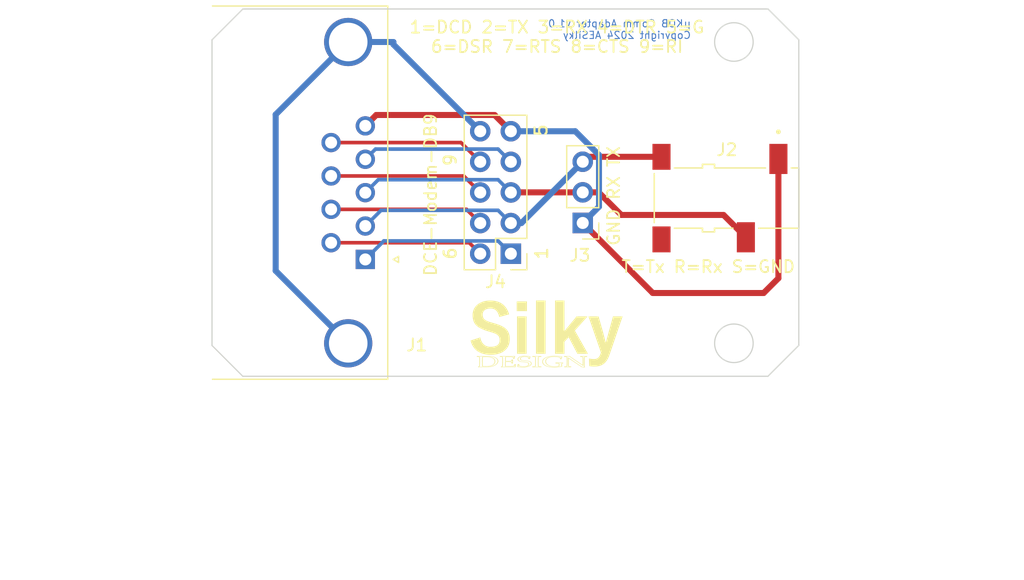
<source format=kicad_pcb>
(kicad_pcb (version 20221018) (generator pcbnew)
  (title_block (title "MuKOB - Comm Adapter") (date "2024-01-05") (rev "1.0") (company "Silky Design (AES)") (comment 1 "Copyright 2024 AESilky"))
  (layers (0 "F.Cu" mixed) (31 "B.Cu" mixed) (34 "B.Paste" user) (35 "F.Paste" user) (36 "B.SilkS" user "B.Silkscreen") (37 "F.SilkS" user "F.Silkscreen") (38 "B.Mask" user) (39 "F.Mask" user) (44 "Edge.Cuts" user))
  (net 0 "")
  (net 1 "/CH-GND")
  (net 2 "/DCD")
  (net 3 "/RXD")
  (net 4 "/TXD")
  (net 5 "/DTR")
  (net 6 "GND")
  (net 7 "/DSR")
  (net 8 "/RTS")
  (net 9 "/CTS")
  (net 10 "/RI")
  (footprint "AES_Library:CUI_SJ-2524-SMT-TRS-audio-jack" (layer "F.Cu") (at 162.9382 89.916 180)
    (fp_text reference "J2" (at -0.0282 4.0132) (layer "F.SilkS"))
    (fp_text value "MuKOB-COMM")
    (fp_text user "T=Tx R=Rx S=GND" (at 1.5212 -5.6896 unlocked) (layer "F.SilkS"))
    (pad "" np_thru_hole circle (at -3 0 180) (size 1.2 1.2) (drill 1.2) (layers "*.Cu" "*.Mask"))
    (pad "" np_thru_hole circle (at 3 0 180) (size 1.2 1.2) (drill 1.2) (layers "*.Cu" "*.Mask"))
    (pad "1" smd rect (at -4.3 3.25 180) (size 1.5 2.5) (layers "F.Cu" "F.Paste" "F.Mask") (net 6 "GND"))
    (pad "2" smd rect (at 5.4 3.425 180) (size 1.5 2.15) (layers "F.Cu" "F.Paste" "F.Mask") (net 4 "/TXD"))
    (pad "3" smd rect (at -1.6 -3.25 180) (size 1.5 2.5) (layers "F.Cu" "F.Paste" "F.Mask") (net 3 "/RXD"))
    (pad "4" smd rect (at 5.4 -3.425 180) (size 1.5 2.15) (layers "F.Cu" "F.Paste" "F.Mask"))
  )
  (footprint "Connector_Dsub:DSUB-9_Female_Horizontal_P2.77x2.84mm_EdgePinOffset9.90mm_Housed_MountingHolesOffset11.32mm" (layer "F.Cu") (at 132.9642 95.0035 -90)
    (fp_text reference "J1" (at 7.1045 -4.272 -180) (layer "F.SilkS"))
    (fp_text value "DCE-Modem-DB9" (at -5.3669 -5.415 90) (layer "F.SilkS"))
    (pad "0" thru_hole circle locked (at -18.04 1.42 270) (size 4 4) (drill 3.2) (layers "*.Cu" "*.Mask") (net 1 "/CH-GND"))
    (pad "0" thru_hole circle locked (at 6.96 1.42 270) (size 4 4) (drill 3.2) (layers "*.Cu" "*.Mask") (net 1 "/CH-GND"))
    (pad "1" thru_hole rect locked (at 0 0 270) (size 1.6 1.6) (drill 1) (layers "*.Cu" "*.Mask") (net 2 "/DCD"))
    (pad "2" thru_hole circle locked (at -2.77 0 270) (size 1.6 1.6) (drill 1) (layers "*.Cu" "*.Mask") (net 4 "/TXD"))
    (pad "3" thru_hole circle locked (at -5.54 0 270) (size 1.6 1.6) (drill 1) (layers "*.Cu" "*.Mask") (net 3 "/RXD"))
    (pad "4" thru_hole circle locked (at -8.31 0 270) (size 1.6 1.6) (drill 1) (layers "*.Cu" "*.Mask") (net 5 "/DTR"))
    (pad "5" thru_hole circle locked (at -11.08 0 270) (size 1.6 1.6) (drill 1) (layers "*.Cu" "*.Mask") (net 6 "GND"))
    (pad "6" thru_hole circle locked (at -1.385 2.84 270) (size 1.6 1.6) (drill 1) (layers "*.Cu" "*.Mask") (net 7 "/DSR"))
    (pad "7" thru_hole circle locked (at -4.155 2.84 270) (size 1.6 1.6) (drill 1) (layers "*.Cu" "*.Mask") (net 8 "/RTS"))
    (pad "8" thru_hole circle locked (at -6.925 2.84 270) (size 1.6 1.6) (drill 1) (layers "*.Cu" "*.Mask") (net 9 "/CTS"))
    (pad "9" thru_hole circle locked (at -9.695 2.84 270) (size 1.6 1.6) (drill 1) (layers "*.Cu" "*.Mask") (net 10 "/RI"))
  )
  (footprint "AES_Library:PinHeader_2x05_DB9-Order" (layer "F.Cu") (at 145.039 94.5285 180)
    (fp_text reference "J4" (at 1.27 -2.33) (layer "F.SilkS"))
    (fp_text value "COMM-DCE-10")
    (pad "1" thru_hole rect (at 0 0 180) (size 1.7 1.7) (drill 1) (layers "*.Cu" "*.Mask") (net 2 "/DCD"))
    (pad "2" thru_hole oval (at 0 2.54 180) (size 1.7 1.7) (drill 1) (layers "*.Cu" "*.Mask") (net 4 "/TXD"))
    (pad "3" thru_hole oval (at 0 5.08 180) (size 1.7 1.7) (drill 1) (layers "*.Cu" "*.Mask") (net 3 "/RXD"))
    (pad "4" thru_hole oval (at 0 7.62 180) (size 1.7 1.7) (drill 1) (layers "*.Cu" "*.Mask") (net 5 "/DTR"))
    (pad "5" thru_hole oval (at 0 10.16 180) (size 1.7 1.7) (drill 1) (layers "*.Cu" "*.Mask") (net 6 "GND"))
    (pad "6" thru_hole oval (at 2.54 0 180) (size 1.7 1.7) (drill 1) (layers "*.Cu" "*.Mask") (net 7 "/DSR"))
    (pad "7" thru_hole oval (at 2.54 2.54 180) (size 1.7 1.7) (drill 1) (layers "*.Cu" "*.Mask") (net 8 "/RTS"))
    (pad "8" thru_hole oval (at 2.54 5.08 180) (size 1.7 1.7) (drill 1) (layers "*.Cu" "*.Mask") (net 9 "/CTS"))
    (pad "9" thru_hole oval (at 2.54 7.62 180) (size 1.7 1.7) (drill 1) (layers "*.Cu" "*.Mask") (net 10 "/RI"))
    (pad "10" thru_hole oval (at 2.54 10.16 180) (size 1.7 1.7) (drill 1) (layers "*.Cu" "*.Mask") (net 1 "/CH-GND"))
  )
  (footprint "Connector_PinHeader_2.54mm:PinHeader_1x03_P2.54mm_Vertical" (layer "F.Cu") (at 151.003 91.9785 180)
    (fp_text reference "J3" (at 0.2286 -2.6873 180) (layer "F.SilkS"))
    (fp_text value "COMM-3" hide)
    (fp_text user "GND RX TX" (at -2.5654 2.2403 90 unlocked) (layer "F.SilkS"))
    (pad "1" thru_hole rect (at 0 0 180) (size 1.7 1.7) (drill 1) (layers "*.Cu" "*.Mask") (net 6 "GND"))
    (pad "2" thru_hole oval (at 0 2.54 180) (size 1.7 1.7) (drill 1) (layers "*.Cu" "*.Mask") (net 3 "/RXD"))
    (pad "3" thru_hole oval (at 0 5.08 180) (size 1.7 1.7) (drill 1) (layers "*.Cu" "*.Mask") (net 4 "/TXD"))
  )
  (footprint "AES_Library:SILKY-DESIGN-logo-0_50-AES" (layer "F.Cu") (at 148.0566 101.1936)
    (fp_text reference "G***" hide)
    (fp_text value "LOGO" hide)
  )
  (gr_line (start 168.9301 76.7789) (end 168.9301 102.1334) (stroke (width 0.1)) (layer "Edge.Cuts"))
  (gr_line (start 122.8037 74.2241) (end 120.2436 76.7842) (stroke (width 0.1)) (layer "Edge.Cuts"))
  (gr_circle (center 163.5446 76.962) (end 165.1446 76.962) (stroke (width 0.1)) (fill none) (layer "Edge.Cuts"))
  (gr_line (start 168.9354 102.1334) (end 166.3753 104.6935) (stroke (width 0.1)) (layer "Edge.Cuts"))
  (gr_line (start 122.7984 104.6988) (end 166.3753 104.6988) (stroke (width 0.1)) (layer "Edge.Cuts"))
  (gr_circle (center 163.5446 101.962) (end 165.1446 101.962) (stroke (width 0.1)) (fill none) (layer "Edge.Cuts"))
  (gr_line (start 166.37 74.2188) (end 168.9301 76.7789) (stroke (width 0.1)) (layer "Edge.Cuts"))
  (gr_line (start 120.2383 102.1387) (end 122.7984 104.6988) (stroke (width 0.1)) (layer "Edge.Cuts"))
  (gr_line (start 120.2436 76.7842) (end 120.2436 102.1387) (stroke (width 0.1)) (layer "Edge.Cuts"))
  (gr_line (start 122.8037 74.2241) (end 166.37 74.2241) (stroke (width 0.1)) (layer "Edge.Cuts"))
  (gr_text "μKOB Comm Adapter v1.0\nCopyright 2024 AESilky" (at 160.02 75.0824) (layer "B.Cu") (effects (font (size 0.6 0.6) (thickness 0.08)) (justify left top mirror)))
  (gr_text "1=DCD 2=TX 3=RX 4=DTR 5=G\n6=DSR 7=RTS 8=CTS 9=RI" (at 148.8694 77.9272) (layer "F.SilkS") (effects (font (size 1 1)) (justify bottom)))
  (gr_text "5" (at 148.1328 84.8868 90) (layer "F.SilkS") (effects (font (size 1 1) (thickness 0.18) bold) (justify left bottom)))
  (gr_text "6" (at 140.589 95.0976 90) (layer "F.SilkS") (effects (font (size 1 1) (thickness 0.18) bold) (justify left bottom)))
  (gr_text "9" (at 140.589 87.3506 90) (layer "F.SilkS") (effects (font (size 1 1) (thickness 0.18) bold) (justify left bottom)))
  (gr_text "1" (at 148.1836 95.0976 90) (layer "F.SilkS") (effects (font (size 1 1) (thickness 0.18) bold) (justify left bottom)))
  (segment (start 135.2922 76.9635) (end 131.5442 76.9635) (width 0.5) (layer "B.Cu") (net 1))
  (segment (start 131.5442 101.9635) (end 125.5268 95.9461) (width 0.5) (layer "B.Cu") (net 1))
  (segment (start 135.2922 76.9635) (end 135.2922 77.1617) (width 0.5) (layer "B.Cu") (net 1))
  (segment (start 135.2922 77.1617) (end 142.499 84.3685) (width 0.5) (layer "B.Cu") (net 1))
  (segment (start 125.5268 82.9809) (end 131.5442 76.9635) (width 0.5) (layer "B.Cu") (net 1))
  (segment (start 125.5268 95.9461) (end 125.5268 82.9809) (width 0.5) (layer "B.Cu") (net 1))
  (segment (start 143.979 93.4685) (end 145.039 94.5285) (width 0.3) (layer "B.Cu") (net 2))
  (segment (start 132.9642 95.0035) (end 134.4992 93.4685) (width 0.3) (layer "B.Cu") (net 2))
  (segment (start 134.4992 93.4685) (end 143.979 93.4685) (width 0.3) (layer "B.Cu") (net 2))
  (segment (start 154.2034 91.313) (end 152.3289 89.4385) (width 0.5) (layer "F.Cu") (net 3))
  (segment (start 151.003 89.4385) (end 145.049 89.4385) (width 0.5) (layer "F.Cu") (net 3))
  (segment (start 152.3289 89.4385) (end 151.003 89.4385) (width 0.5) (layer "F.Cu") (net 3))
  (segment (start 164.5382 93.166) (end 162.6852 91.313) (width 0.5) (layer "F.Cu") (net 3))
  (segment (start 162.6852 91.313) (end 154.2034 91.313) (width 0.5) (layer "F.Cu") (net 3))
  (segment (start 132.9642 89.4635) (end 134.0392 88.3885) (width 0.3) (layer "B.Cu") (net 3))
  (segment (start 143.979 88.3885) (end 145.039 89.4485) (width 0.3) (layer "B.Cu") (net 3))
  (segment (start 134.0392 88.3885) (end 143.979 88.3885) (width 0.3) (layer "B.Cu") (net 3))
  (segment (start 157.5382 86.491) (end 151.4105 86.491) (width 0.5) (layer "F.Cu") (net 4))
  (segment (start 143.979 90.9285) (end 145.039 91.9885) (width 0.3) (layer "B.Cu") (net 4))
  (segment (start 145.913 91.9885) (end 145.039 91.9885) (width 0.5) (layer "B.Cu") (net 4))
  (segment (start 151.003 86.8985) (end 145.913 91.9885) (width 0.5) (layer "B.Cu") (net 4))
  (segment (start 132.9642 92.2335) (end 134.2692 90.9285) (width 0.3) (layer "B.Cu") (net 4))
  (segment (start 134.2692 90.9285) (end 143.979 90.9285) (width 0.3) (layer "B.Cu") (net 4))
  (segment (start 132.9642 86.6935) (end 133.8092 85.8485) (width 0.3) (layer "B.Cu") (net 5))
  (segment (start 133.8092 85.8485) (end 143.979 85.8485) (width 0.3) (layer "B.Cu") (net 5))
  (segment (start 143.979 85.8485) (end 145.039 86.9085) (width 0.3) (layer "B.Cu") (net 5))
  (segment (start 133.8692 83.0185) (end 143.689 83.0185) (width 0.5) (layer "F.Cu") (net 6))
  (segment (start 132.9642 83.9235) (end 133.8692 83.0185) (width 0.5) (layer "F.Cu") (net 6))
  (segment (start 166.0144 97.79) (end 156.8145 97.79) (width 0.5) (layer "F.Cu") (net 6))
  (segment (start 167.2382 86.666) (end 167.2382 96.5662) (width 0.5) (layer "F.Cu") (net 6))
  (segment (start 167.2382 96.5662) (end 166.0144 97.79) (width 0.5) (layer "F.Cu") (net 6))
  (segment (start 143.689 83.0185) (end 145.039 84.3685) (width 0.5) (layer "F.Cu") (net 6))
  (segment (start 156.8145 97.79) (end 151.003 91.9785) (width 0.5) (layer "F.Cu") (net 6))
  (segment (start 152.353 86.339311) (end 150.382189 84.3685) (width 0.5) (layer "B.Cu") (net 6))
  (segment (start 152.353 90.6285) (end 152.353 86.339311) (width 0.5) (layer "B.Cu") (net 6))
  (segment (start 150.382189 84.3685) (end 145.039 84.3685) (width 0.5) (layer "B.Cu") (net 6))
  (segment (start 151.003 91.9785) (end 152.353 90.6285) (width 0.5) (layer "B.Cu") (net 6))
  (segment (start 130.1242 93.6185) (end 141.589 93.6185) (width 0.3) (layer "F.Cu") (net 7))
  (segment (start 141.589 93.6185) (end 142.499 94.5285) (width 0.3) (layer "F.Cu") (net 7))
  (segment (start 141.359 90.8485) (end 142.499 91.9885) (width 0.3) (layer "F.Cu") (net 8))
  (segment (start 130.1242 90.8485) (end 141.359 90.8485) (width 0.3) (layer "F.Cu") (net 8))
  (segment (start 130.1242 88.0785) (end 141.129 88.0785) (width 0.3) (layer "F.Cu") (net 9))
  (segment (start 141.129 88.0785) (end 142.499 89.4485) (width 0.3) (layer "F.Cu") (net 9))
  (segment (start 130.1242 85.3085) (end 140.899 85.3085) (width 0.3) (layer "F.Cu") (net 10))
  (segment (start 140.899 85.3085) (end 142.499 86.9085) (width 0.3) (layer "F.Cu") (net 10))
)
</source>
